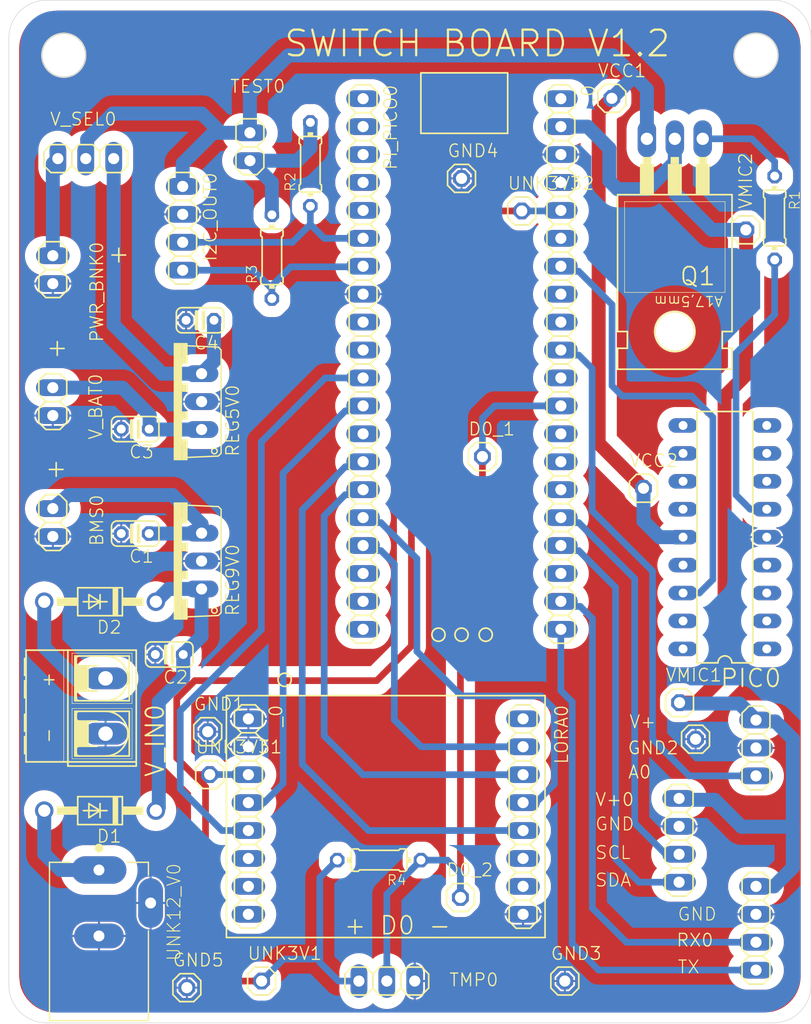
<source format=kicad_pcb>
(kicad_pcb (version 20241229) (generator "pcbnew") (generator_version "9.0")
  (layers (0 "F.Cu" signal) (2 "B.Cu" signal) (13 "F.Paste" user) (15 "B.Paste" user) (5 "F.SilkS" user "F.Silkscreen") (7 "B.SilkS" user "B.Silkscreen") (1 "F.Mask" user) (3 "B.Mask" user) (25 "Edge.Cuts" user))
  (net 0 "")
  (net 1 "SCL_OUT")
  (net 2 "SDA_OUT")
  (net 3 "GND")
  (net 4 "VCC")
  (net 5 "VMIC")
  (net 6 "N$4")
  (net 7 "TRIGGER")
  (net 8 "ACK")
  (net 9 "DCS")
  (net 10 "DMOSI")
  (net 11 "DMISO")
  (net 12 "DSCK")
  (net 13 "N$10")
  (net 14 "N$11")
  (net 15 "3V3")
  (net 16 "DRST")
  (net 17 "DIO0")
  (net 18 "RX")
  (net 19 "TX")
  (net 20 "SCL")
  (net 21 "SDA")
  (net 22 "A0")
  (net 23 "VCC2")
  (net 24 "V_IN")
  (net 25 "V_9V")
  (net 26 "N$3")
  (net 27 "N$5")
  (net 28 "VBAT")
  (net 29 "V_REG")
  (net 30 "V_PWR")
  (net 31 "D0")
  (footprint "board1:TO220V_262" (layer "F.Cu") (at 127.0011 95.0036 90)
    (property "Reference" "REG5V0")
    (property "Value" "7805TV")
  )
  (footprint "board1:TO220V_262" (layer "F.Cu") (at 127.0011 109.5036 90)
    (property "Reference" "REG9V0")
    (property "Value" "7812TV")
  )
  (footprint "board1:1X04_325" (layer "F.Cu") (at 127.8211 79.2436 -90)
    (property "Reference" "I2C_OUT0")
    (property "Value" "")
  )
  (footprint "board1:1X01_325" (layer "F.Cu") (at 179.0811 79.3836)
    (property "Reference" "VMIC2")
    (property "Value" "")
  )
  (footprint "board1:1X01_325" (layer "F.Cu") (at 130.1011 125.0236)
    (property "Reference" "GND1")
    (property "Value" "")
  )
  (footprint "board1:0204_7_334" (layer "F.Cu") (at 145.7011 136.7036 180)
    (property "Reference" "R4")
    (property "Value" "4.7k")
  )
  (footprint "board1:1X02_325" (layer "F.Cu") (at 116.0011 83.0036 -90)
    (property "Reference" "PWR_BNK0")
    (property "Value" "")
  )
  (footprint "board1:CUI_PJ-002A" (layer "F.Cu") (at 120.2011 137.6036 -90)
    (property "Reference" "UNK12_V0")
    (property "Value" "PJ-002A")
  )
  (footprint "board1:C025-024X044_334" (layer "F.Cu") (at 126.6011 118.0036 180)
    (property "Reference" "C2")
    (property "Value" "0.1uF")
  )
  (footprint "board1:1X01_325" (layer "F.Cu") (at 166.8811 67.4236)
    (property "Reference" "VCC1")
    (property "Value" "")
  )
  (footprint "board1:1X08_325" (layer "F.Cu") (at 133.8011 132.7436 -90)
    (property "Reference" "_0")
    (property "Value" "")
  )
  (footprint "board1:DIL18_294" (layer "F.Cu") (at 177.1711 107.3336 90)
    (property "Reference" "PIC0")
    (property "Value" "PIC16F627P")
  )
  (footprint "board1:1X01_325" (layer "F.Cu") (at 158.6811 77.6636)
    (property "Reference" "UNK3V32")
    (property "Value" "")
  )
  (footprint "board1:C025-024X044_334" (layer "F.Cu") (at 129.4011 87.6036 180)
    (property "Reference" "C4")
    (property "Value" "1uF")
  )
  (footprint "board1:1X01_325" (layer "F.Cu") (at 155.1011 100.0036)
    (property "Reference" "D0_1")
    (property "Value" "")
  )
  (footprint "board1:0204_7_334" (layer "F.Cu") (at 135.9411 81.8236 90)
    (property "Reference" "R3")
    (property "Value" "1k")
  )
  (footprint "board1:1X01_325" (layer "F.Cu") (at 128.2011 148.3036)
    (property "Reference" "GND5")
    (property "Value" "")
  )
  (footprint "board1:1X20_325" (layer "F.Cu") (at 162.2411 91.5836 -90)
    (property "Reference" ".0")
    (property "Value" "")
  )
  (footprint "board1:0204_7_334" (layer "F.Cu") (at 139.4411 73.4236 90)
    (property "Reference" "R2")
    (property "Value" "1k")
  )
  (footprint "board1:1X01_325" (layer "F.Cu") (at 169.7611 102.8836)
    (property "Reference" "VCC2")
    (property "Value" "")
  )
  (footprint "board1:1X04_325" (layer "F.Cu") (at 173.0011 134.9036 -90)
    (property "Reference" "V+0")
    (property "Value" "")
  )
  (footprint "board1:0204_7_334" (layer "F.Cu") (at 181.7011 78.3036 -90)
    (property "Reference" "R1")
    (property "Value" "1k")
  )
  (footprint "board1:1X08_325" (layer "F.Cu") (at 158.8011 132.7436 -90)
    (property "Reference" "LORA0")
    (property "Value" "")
  )
  (footprint "board1:1X01_325" (layer "F.Cu") (at 174.5011 125.7036)
    (property "Reference" "GND2")
    (property "Value" "")
  )
  (footprint "board1:DO41-10_210" (layer "F.Cu") (at 120.3011 113.2036 180)
    (property "Reference" "D2")
    (property "Value" "1N4004")
  )
  (footprint "board1:1X01_325" (layer "F.Cu") (at 153.2011 74.7036)
    (property "Reference" "GND4")
    (property "Value" "")
  )
  (footprint "board1:1X01_325" (layer "F.Cu") (at 153.1011 140.1036)
    (property "Reference" "D0_2")
    (property "Value" "")
  )
  (footprint "board1:1X01_325" (layer "F.Cu") (at 173.0411 122.3836)
    (property "Reference" "VMIC1")
    (property "Value" "")
  )
  (footprint "board1:1X04_325" (layer "F.Cu") (at 180.0011 142.9036 -90)
    (property "Reference" "RX0")
    (property "Value" "")
  )
  (footprint "board1:1X01_325" (layer "F.Cu") (at 135.0011 147.7036)
    (property "Reference" "UNK3V1")
    (property "Value" "")
  )
  (footprint "board1:1X02_325" (layer "F.Cu") (at 116.0011 95.0036 -90)
    (property "Reference" "V_BAT0")
    (property "Value" "")
  )
  (footprint "board1:C025-024X044_334" (layer "F.Cu") (at 123.5011 107.0036 180)
    (property "Reference" "C1")
    (property "Value" "1uF")
  )
  (footprint "board1:1X03_325" (layer "F.Cu") (at 180.0011 126.5036 -90)
    (property "Reference" "A0")
    (property "Value" "")
  )
  (footprint "board1:AK500_2-H" (layer "F.Cu") (at 120.8011 122.689 -90)
    (property "Reference" "V_IN0")
    (property "Value" "")
  )
  (footprint "board1:1X02_325" (layer "F.Cu") (at 133.9411 71.8236 -90)
    (property "Reference" "TEST0")
    (property "Value" "")
  )
  (footprint "board1:C025-024X044_334" (layer "F.Cu") (at 123.5011 97.5036 180)
    (property "Reference" "C3")
    (property "Value" "0.1uF")
  )
  (footprint "board1:1X01_325" (layer "F.Cu") (at 130.2811 128.9236)
    (property "Reference" "UNK3V31")
    (property "Value" "")
  )
  (footprint "board1:1X03_325" (layer "F.Cu") (at 146.4011 147.7036)
    (property "Reference" "TMP0")
    (property "Value" "")
  )
  (footprint "board1:1X01_325" (layer "F.Cu") (at 162.6011 147.7036)
    (property "Reference" "GND3")
    (property "Value" "")
  )
  (footprint "board1:DO41-10_210" (layer "F.Cu") (at 120.3011 132.2036 180)
    (property "Reference" "D1")
    (property "Value" "1N4004")
  )
  (footprint "board1:1X03_325" (layer "F.Cu") (at 119.0011 72.9036 180)
    (property "Reference" "V_SEL0")
    (property "Value" "")
  )
  (footprint "board1:1X02_325" (layer "F.Cu") (at 116.0011 106.0036 -90)
    (property "Reference" "BMS0")
    (property "Value" "")
  )
  (footprint "board1:TO220_399" (layer "F.Cu") (at 172.6111 77.4536 180)
    (property "Reference" "Q1")
    (property "Value" "TIP127")
  )
  (footprint "board1:1X20_325" (layer "F.Cu") (at 144.2411 91.5836 -90)
    (property "Reference" "PI_PICO0")
    (property "Value" "")
  )
  (gr_circle (center 155.4011 116.2036) (end 156.0011 116.2036) (stroke (width 0.1524)) (fill no) (layer "F.SilkS"))
  (gr_circle (center 137.1011 120.3036) (end 137.7011 120.3036) (stroke (width 0.1524)) (fill no) (layer "F.SilkS"))
  (gr_line (start 157.4011 65.1036) (end 149.5011 65.1036) (stroke (width 0.1524)) (layer "F.SilkS"))
  (gr_circle (center 153.2011 116.2036) (end 153.8011 116.2036) (stroke (width 0.1524)) (fill no) (layer "F.SilkS"))
  (gr_circle (center 151.1011 116.2036) (end 151.7011 116.2036) (stroke (width 0.1524)) (fill no) (layer "F.SilkS"))
  (gr_line (start 131.8011 143.7436) (end 131.8011 121.7436) (stroke (width 0.1524)) (layer "F.SilkS"))
  (gr_line (start 149.5011 70.6036) (end 157.4011 70.6036) (stroke (width 0.1524)) (layer "F.SilkS"))
  (gr_line (start 131.8011 121.7436) (end 160.8011 121.7436) (stroke (width 0.1524)) (layer "F.SilkS"))
  (gr_line (start 157.4011 65.1036) (end 157.4011 70.6036) (stroke (width 0.1524)) (layer "F.SilkS"))
  (gr_line (start 160.8011 143.7436) (end 131.8011 143.7436) (stroke (width 0.1524)) (layer "F.SilkS"))
  (gr_line (start 149.5011 65.1036) (end 149.5011 70.6036) (stroke (width 0.1524)) (layer "F.SilkS"))
  (gr_line (start 160.8011 121.7436) (end 160.8011 143.7436) (stroke (width 0.1524)) (layer "F.SilkS"))
  (gr_arc (start 112.0011 61.917806) (mid 113.001098 59.503598) (end 115.415306 58.5036) (stroke (width 0.05)) (layer "Edge.Cuts"))
  (gr_line (start 112.0011 61.917807) (end 112.0011 148.089394) (stroke (width 0.05)) (layer "Edge.Cuts"))
  (gr_arc (start 185.0011 148.089395) (mid 184.001102 150.503603) (end 181.586893 151.5036) (stroke (width 0.05)) (layer "Edge.Cuts"))
  (gr_line (start 185.0011 148.089394) (end 185.0011 61.917807) (stroke (width 0.05)) (layer "Edge.Cuts"))
  (gr_arc (start 181.586893 58.5036) (mid 184.001102 59.503598) (end 185.0011 61.917807) (stroke (width 0.05)) (layer "Edge.Cuts"))
  (gr_circle (center 117.0011 63.5036) (end 119.0011 63.5036) (stroke (width 0.127)) (fill no) (layer "Edge.Cuts"))
  (gr_line (start 181.586893 58.5036) (end 115.415306 58.5036) (stroke (width 0.05)) (layer "Edge.Cuts"))
  (gr_circle (center 180.0011 63.5036) (end 182.0011 63.5036) (stroke (width 0.127)) (fill no) (layer "Edge.Cuts"))
  (gr_arc (start 115.415306 151.5036) (mid 113.001098 150.503602) (end 112.0011 148.089394) (stroke (width 0.05)) (layer "Edge.Cuts"))
  (gr_line (start 115.415306 151.5036) (end 181.586893 151.5036) (stroke (width 0.05)) (layer "Edge.Cuts"))
  (gr_text "SCL" (at 165.3011 136.7036 0) (layer "F.SilkS") (effects (font (size 1.1684 1.1684) (thickness 0.1016)) (justify left bottom)))
  (gr_text "TX" (at 172.8011 147.1036 0) (layer "F.SilkS") (effects (font (size 1.1684 1.1684) (thickness 0.1016)) (justify left bottom)))
  (gr_text "SWITCH BOARD V1.2" (at 136.9211 63.8036 0) (layer "F.SilkS") (effects (font (size 2.3368 2.3368) (thickness 0.2032)) (justify left bottom)))
  (gr_text "+ D0 -" (at 142.4011 143.6036 0) (layer "F.SilkS") (effects (font (size 1.63576 1.63576) (thickness 0.14224)) (justify left bottom)))
  (gr_text "GND" (at 172.8011 142.3036 0) (layer "F.SilkS") (effects (font (size 1.1684 1.1684) (thickness 0.1016)) (justify left bottom)))
  (gr_text "GND" (at 165.3011 134.1036 0) (layer "F.SilkS") (effects (font (size 1.1684 1.1684) (thickness 0.1016)) (justify left bottom)))
  (gr_text "V+" (at 168.4011 124.8036 0) (layer "F.SilkS") (effects (font (size 1.1684 1.1684) (thickness 0.1016)) (justify left bottom)))
  (gr_text "+" (at 115.2011 102.0036 0) (layer "F.SilkS") (effects (font (size 1.63576 1.63576) (thickness 0.14224)) (justify left bottom)))
  (gr_text "+" (at 120.9011 82.5036 0) (layer "F.SilkS") (effects (font (size 1.63576 1.63576) (thickness 0.14224)) (justify left bottom)))
  (gr_text "SDA" (at 165.3011 139.2036 0) (layer "F.SilkS") (effects (font (size 1.1684 1.1684) (thickness 0.1016)) (justify left bottom)))
  (gr_text "+" (at 115.3011 91.0036 0) (layer "F.SilkS") (effects (font (size 1.63576 1.63576) (thickness 0.14224)) (justify left bottom)))
  (segment (start 135.9411 84.4636) (end 135.9411 85.6336) (width 0.6096) (layer "B.Cu") (net 1))
  (segment (start 144.2411 82.6936) (end 144.1911 82.7436) (width 0.6096) (layer "B.Cu") (net 1))
  (segment (start 135.9411 84.7436) (end 135.9411 85.6336) (width 0.6096) (layer "B.Cu") (net 1))
  (segment (start 127.8211 83.0536) (end 134.2511 83.0536) (width 0.6096) (layer "B.Cu") (net 1))
  (segment (start 136.6511 83.7536) (end 135.9411 84.4636) (width 0.6096) (layer "B.Cu") (net 1))
  (segment (start 144.1911 82.7436) (end 137.6611 82.7436) (width 0.6096) (layer "B.Cu") (net 1))
  (segment (start 134.2511 83.0536) (end 135.9411 84.7436) (width 0.6096) (layer "B.Cu") (net 1))
  (segment (start 137.6611 82.7436) (end 136.6511 83.7536) (width 0.6096) (layer "B.Cu") (net 1))
  (segment (start 137.8111 80.5136) (end 139.4411 78.8836) (width 0.6096) (layer "B.Cu") (net 2))
  (segment (start 127.8211 80.5136) (end 137.8111 80.5136) (width 0.6096) (layer "B.Cu") (net 2))
  (segment (start 139.4411 78.8836) (end 139.4411 77.2336) (width 0.6096) (layer "B.Cu") (net 2))
  (segment (start 140.7111 80.1536) (end 139.4411 78.8836) (width 0.6096) (layer "B.Cu") (net 2))
  (segment (start 144.2411 80.1536) (end 140.7111 80.1536) (width 0.6096) (layer "B.Cu") (net 2))
  (segment (start 165.6811 98.8036) (end 169.7611 102.8836) (width 1.27) (layer "F.Cu") (net 4))
  (segment (start 165.6811 68.6236) (end 165.6811 98.8036) (width 1.27) (layer "F.Cu") (net 4))
  (segment (start 166.8811 67.4236) (end 165.6811 68.6236) (width 1.27) (layer "F.Cu") (net 4))
  (segment (start 166.8811 67.4236) (end 168.7311 65.5736) (width 1.27) (layer "B.Cu") (net 4))
  (segment (start 168.7311 65.5736) (end 169.0511 65.5736) (width 1.27) (layer "B.Cu") (net 4))
  (segment (start 171.2311 107.3336) (end 169.7611 105.8636) (width 1.27) (layer "B.Cu") (net 4))
  (segment (start 169.7611 105.8636) (end 169.7611 102.8836) (width 1.27) (layer "B.Cu") (net 4))
  (segment (start 119.0011 72.9036) (end 119.1281 72.7766) (width 1.27) (layer "B.Cu") (net 4))
  (segment (start 119.1281 71.1421) (end 121.4666 68.8036) (width 1.27) (layer "B.Cu") (net 4))
  (segment (start 119.1281 72.7766) (end 119.1281 71.1421) (width 1.27) (layer "B.Cu") (net 4))
  (segment (start 129.5511 68.8036) (end 131.3011 70.5536) (width 1.27) (layer "B.Cu") (net 4))
  (segment (start 169.0511 65.5736) (end 170.0711 66.5936) (width 1.27) (layer "B.Cu") (net 4))
  (segment (start 133.9411 70.5536) (end 133.9411 67.0036) (width 1.27) (layer "B.Cu") (net 4))
  (segment (start 127.8211 75.4336) (end 127.8211 73.3436) (width 1.27) (layer "B.Cu") (net 4))
  (segment (start 167.0011 63.5236) (end 169.0511 65.5736) (width 1.27) (layer "B.Cu") (net 4))
  (segment (start 133.9411 67.0036) (end 137.4211 63.5236) (width 1.27) (layer "B.Cu") (net 4))
  (segment (start 131.3011 70.5536) (end 133.9411 70.5536) (width 1.27) (layer "B.Cu") (net 4))
  (segment (start 130.6111 70.5536) (end 131.3011 70.5536) (width 1.27) (layer "B.Cu") (net 4))
  (segment (start 127.8211 73.3436) (end 130.6111 70.5536) (width 1.27) (layer "B.Cu") (net 4))
  (segment (start 173.3611 107.3336) (end 171.2311 107.3336) (width 1.27) (layer "B.Cu") (net 4))
  (segment (start 121.4666 68.8036) (end 129.5511 68.8036) (width 1.27) (layer "B.Cu") (net 4))
  (segment (start 170.0711 66.5936) (end 170.0711 71.1036) (width 1.27) (layer "B.Cu") (net 4))
  (segment (start 137.4211 63.5236) (end 167.0011 63.5236) (width 1.27) (layer "B.Cu") (net 4))
  (segment (start 179.1011 92.5636) (end 177.1411 94.5236) (width 1.27) (layer "F.Cu") (net 5))
  (segment (start 177.1411 94.5236) (end 177.1411 119.8236) (width 1.27) (layer "F.Cu") (net 5))
  (segment (start 177.1411 119.8236) (end 174.5811 122.3836) (width 1.27) (layer "F.Cu") (net 5))
  (segment (start 174.5811 122.3836) (end 173.0411 122.3836) (width 1.27) (layer "F.Cu") (net 5))
  (segment (start 179.0811 79.3836) (end 179.1011 79.4036) (width 1.27) (layer "F.Cu") (net 5))
  (segment (start 179.1011 79.4036) (end 179.1011 92.5636) (width 1.27) (layer "F.Cu") (net 5))
  (segment (start 183.0101 133.6636) (end 183.3501 134.0036) (width 1.27) (layer "B.Cu") (net 5))
  (segment (start 162.2411 69.9936) (end 164.6711 69.9936) (width 1.27) (layer "B.Cu") (net 5))
  (segment (start 180.0011 123.9636) (end 180.1281 124.0906) (width 1.27) (layer "B.Cu") (net 5))
  (segment (start 164.6711 69.9936) (end 166.6611 71.9836) (width 1.27) (layer "B.Cu") (net 5))
  (segment (start 172.6111 76.0136) (end 172.6111 73.2136) (width 1.27) (layer "B.Cu") (net 5))
  (segment (start 167.4011 75.6836) (end 170.1411 75.6836) (width 1.27) (layer "B.Cu") (net 5))
  (segment (start 170.1411 75.6836) (end 172.6111 73.2136) (width 1.27) (layer "B.Cu") (net 5))
  (segment (start 178.5011 122.4636) (end 173.1211 122.4636) (width 1.27) (layer "B.Cu") (net 5))
  (segment (start 178.5011 122.4636) (end 180.0011 123.9636) (width 1.27) (layer "B.Cu") (net 5))
  (segment (start 180.1281 124.0906) (end 181.7626 124.0906) (width 1.27) (layer "B.Cu") (net 5))
  (segment (start 172.6111 72.9136) (end 172.6111 71.1036) (width 1.27) (layer "B.Cu") (net 5))
  (segment (start 172.6111 73.2136) (end 172.6111 72.9136) (width 1.27) (layer "B.Cu") (net 5))
  (segment (start 179.0811 79.3836) (end 175.9811 79.3836) (width 1.27) (layer "B.Cu") (net 5))
  (segment (start 166.6611 74.9436) (end 167.4011 75.6836) (width 1.27) (layer "B.Cu") (net 5))
  (segment (start 176.2426 131.2206) (end 178.6856 133.6636) (width 1.27) (layer "B.Cu") (net 5))
  (segment (start 175.9811 79.3836) (end 172.6111 76.0136) (width 1.27) (layer "B.Cu") (net 5))
  (segment (start 181.7626 124.0906) (end 183.3501 125.6781) (width 1.27) (layer "B.Cu") (net 5))
  (segment (start 173.1281 131.2206) (end 176.2426 131.2206) (width 1.27) (layer "B.Cu") (net 5))
  (segment (start 166.6611 71.9836) (end 166.6611 74.9436) (width 1.27) (layer "B.Cu") (net 5))
  (segment (start 183.3501 125.6781) (end 183.3501 134.0036) (width 1.27) (layer "B.Cu") (net 5))
  (segment (start 183.3501 137.3836) (end 181.6401 139.0936) (width 1.27) (layer "B.Cu") (net 5))
  (segment (start 178.6856 133.6636) (end 183.0101 133.6636) (width 1.27) (layer "B.Cu") (net 5))
  (segment (start 173.0411 122.3836) (end 173.1211 122.4636) (width 1.27) (layer "B.Cu") (net 5))
  (segment (start 183.3501 134.0036) (end 183.3501 137.3836) (width 1.27) (layer "B.Cu") (net 5))
  (segment (start 181.6401 139.0936) (end 180.0011 139.0936) (width 1.27) (layer "B.Cu") (net 5))
  (segment (start 173.0011 131.0936) (end 173.1281 131.2206) (width 1.27) (layer "B.Cu") (net 5))
  (segment (start 181.7011 73.1836) (end 181.7011 74.4936) (width 0.6096) (layer "B.Cu") (net 6))
  (segment (start 175.1511 71.1036) (end 179.6211 71.1036) (width 0.6096) (layer "B.Cu") (net 6))
  (segment (start 179.6211 71.1036) (end 181.7011 73.1836) (width 0.6096) (layer "B.Cu") (net 6))
  (segment (start 179.4811 104.7936) (end 178.1803 103.4928) (width 0.6096) (layer "B.Cu") (net 7))
  (segment (start 181.7011 87.0828) (end 181.7011 82.1136) (width 0.6096) (layer "B.Cu") (net 7))
  (segment (start 178.1803 90.6036) (end 181.7011 87.0828) (width 0.6096) (layer "B.Cu") (net 7))
  (segment (start 180.9811 104.7936) (end 179.4811 104.7936) (width 0.6096) (layer "B.Cu") (net 7))
  (segment (start 178.1803 90.6036) (end 178.1803 103.4928) (width 0.6096) (layer "B.Cu") (net 7))
  (segment (start 166.9011 93.5636) (end 167.8411 94.5036) (width 0.6096) (layer "B.Cu") (net 8))
  (segment (start 166.9011 86.186075) (end 166.9011 93.5636) (width 0.6096) (layer "B.Cu") (net 8))
  (segment (start 174.153343 94.5036) (end 176.0811 96.431357) (width 0.6096) (layer "B.Cu") (net 8))
  (segment (start 176.0811 96.431357) (end 176.0811 111.1836) (width 0.6096) (layer "B.Cu") (net 8))
  (segment (start 167.8411 94.5036) (end 174.153343 94.5036) (width 0.6096) (layer "B.Cu") (net 8))
  (segment (start 162.6983 83.1508) (end 163.865825 83.1508) (width 0.6096) (layer "B.Cu") (net 8))
  (segment (start 176.0811 111.1836) (end 174.8511 112.4136) (width 0.6096) (layer "B.Cu") (net 8))
  (segment (start 174.8511 112.4136) (end 173.3611 112.4136) (width 0.6096) (layer "B.Cu") (net 8))
  (segment (start 163.865825 83.1508) (end 166.9011 86.186075) (width 0.6096) (layer "B.Cu") (net 8))
  (segment (start 162.2411 82.6936) (end 162.6983 83.1508) (width 0.6096) (layer "B.Cu") (net 8))
  (segment (start 147.0859 123.9484) (end 149.5311 126.3936) (width 0.6096) (layer "B.Cu") (net 9))
  (segment (start 147.0859 109.770875) (end 147.0859 123.9484) (width 0.6096) (layer "B.Cu") (net 9))
  (segment (start 144.2411 108.0936) (end 144.6983 108.5508) (width 0.6096) (layer "B.Cu") (net 9))
  (segment (start 144.6983 108.5508) (end 145.865825 108.5508) (width 0.6096) (layer "B.Cu") (net 9))
  (segment (start 145.865825 108.5508) (end 147.0859 109.770875) (width 0.6096) (layer "B.Cu") (net 9))
  (segment (start 149.5311 126.3936) (end 158.8011 126.3936) (width 0.6096) (layer "B.Cu") (net 9))
  (segment (start 140.7011 105.386075) (end 140.7011 125.4036) (width 0.6096) (layer "B.Cu") (net 10))
  (segment (start 140.7011 125.4036) (end 144.2311 128.9336) (width 0.6096) (layer "B.Cu") (net 10))
  (segment (start 144.2311 128.9336) (end 158.8011 128.9336) (width 0.6096) (layer "B.Cu") (net 10))
  (segment (start 142.616375 103.4708) (end 140.7011 105.386075) (width 0.6096) (layer "B.Cu") (net 10))
  (segment (start 144.2411 103.0136) (end 143.7839 103.4708) (width 0.6096) (layer "B.Cu") (net 10))
  (segment (start 143.7839 103.4708) (end 142.616375 103.4708) (width 0.6096) (layer "B.Cu") (net 10))
  (segment (start 153.1883 121.7708) (end 160.425825 121.7708) (width 0.6096) (layer "B.Cu") (net 11))
  (segment (start 144.6983 106.0108) (end 145.865825 106.0108) (width 0.6096) (layer "B.Cu") (net 11))
  (segment (start 145.865825 106.0108) (end 149.1411 109.286075) (width 0.6096) (layer "B.Cu") (net 11))
  (segment (start 149.1411 109.286075) (end 149.1411 117.7236) (width 0.6096) (layer "B.Cu") (net 11))
  (segment (start 161.6459 122.990875) (end 161.6459 129.796325) (width 0.6096) (layer "B.Cu") (net 11))
  (segment (start 161.6459 129.796325) (end 159.968625 131.4736) (width 0.6096) (layer "B.Cu") (net 11))
  (segment (start 160.425825 121.7708) (end 161.6459 122.990875) (width 0.6096) (layer "B.Cu") (net 11))
  (segment (start 144.2411 105.5536) (end 144.6983 106.0108) (width 0.6096) (layer "B.Cu") (net 11))
  (segment (start 159.968625 131.4736) (end 158.8011 131.4736) (width 0.6096) (layer "B.Cu") (net 11))
  (segment (start 149.1411 117.7236) (end 153.1883 121.7708) (width 0.6096) (layer "B.Cu") (net 11))
  (segment (start 143.7839 100.9308) (end 142.616375 100.9308) (width 0.6096) (layer "B.Cu") (net 12))
  (segment (start 142.616375 100.9308) (end 138.7011 104.846075) (width 0.6096) (layer "B.Cu") (net 12))
  (segment (start 144.7311 134.0136) (end 158.8011 134.0136) (width 0.6096) (layer "B.Cu") (net 12))
  (segment (start 138.7011 104.846075) (end 138.7011 127.9836) (width 0.6096) (layer "B.Cu") (net 12))
  (segment (start 144.2411 100.4736) (end 143.7839 100.9308) (width 0.6096) (layer "B.Cu") (net 12))
  (segment (start 138.7011 127.9836) (end 144.7311 134.0136) (width 0.6096) (layer "B.Cu") (net 12))
  (segment (start 128.7811 128.9236) (end 129.9011 130.0436) (width 0.6096) (layer "F.Cu") (net 15))
  (segment (start 129.9011 145.1036) (end 132.5011 147.7036) (width 0.6096) (layer "F.Cu") (net 15))
  (segment (start 148.6411 117.2236) (end 148.6411 79.3836) (width 0.6096) (layer "F.Cu") (net 15))
  (segment (start 145.4811 120.3836) (end 148.6411 117.2236) (width 0.6096) (layer "F.Cu") (net 15))
  (segment (start 132.5011 147.7036) (end 135.0011 147.7036) (width 0.6096) (layer "F.Cu") (net 15))
  (segment (start 127.2811 122.0236) (end 127.2811 127.4236) (width 0.6096) (layer "F.Cu") (net 15))
  (segment (start 127.2811 122.0236) (end 128.9211 120.3836) (width 0.6096) (layer "F.Cu") (net 15))
  (segment (start 128.9211 120.3836) (end 145.4811 120.3836) (width 0.6096) (layer "F.Cu") (net 15))
  (segment (start 130.2811 128.9236) (end 128.7811 128.9236) (width 0.6096) (layer "F.Cu") (net 15))
  (segment (start 127.2811 127.4236) (end 128.7811 128.9236) (width 0.6096) (layer "F.Cu") (net 15))
  (segment (start 129.9011 130.0436) (end 129.9011 145.1036) (width 0.6096) (layer "F.Cu") (net 15))
  (segment (start 150.3611 77.6636) (end 158.6811 77.6636) (width 0.6096) (layer "F.Cu") (net 15))
  (segment (start 148.6411 79.3836) (end 150.3611 77.6636) (width 0.6096) (layer "F.Cu") (net 15))
  (segment (start 133.7911 128.9236) (end 133.8011 128.9336) (width 0.6096) (layer "B.Cu") (net 15))
  (segment (start 162.2411 77.6136) (end 162.1911 77.6636) (width 0.6096) (layer "B.Cu") (net 15))
  (segment (start 130.2811 128.9236) (end 133.7911 128.9236) (width 0.6096) (layer "B.Cu") (net 15))
  (segment (start 140.3011 146.0036) (end 142.0011 147.7036) (width 0.6096) (layer "B.Cu") (net 15))
  (segment (start 140.3011 138.2936) (end 140.3011 145.7036) (width 0.6096) (layer "B.Cu") (net 15))
  (segment (start 140.3011 145.7036) (end 140.3011 146.0036) (width 0.6096) (layer "B.Cu") (net 15))
  (segment (start 141.8911 136.7036) (end 140.3011 138.2936) (width 0.6096) (layer "B.Cu") (net 15))
  (segment (start 135.0011 147.7036) (end 137.0011 145.7036) (width 0.6096) (layer "B.Cu") (net 15))
  (segment (start 137.0011 145.7036) (end 140.3011 145.7036) (width 0.6096) (layer "B.Cu") (net 15))
  (segment (start 142.0011 147.7036) (end 143.8611 147.7036) (width 0.6096) (layer "B.Cu") (net 15))
  (segment (start 162.1911 77.6636) (end 158.6811 77.6636) (width 0.6096) (layer "B.Cu") (net 15))
  (segment (start 144.2411 95.3936) (end 143.7839 95.8508) (width 0.6096) (layer "B.Cu") (net 16))
  (segment (start 135.2311 131.4736) (end 133.8011 131.4736) (width 0.6096) (layer "B.Cu") (net 16))
  (segment (start 143.7839 95.8508) (end 142.616375 95.8508) (width 0.6096) (layer "B.Cu") (net 16))
  (segment (start 136.9611 101.506075) (end 136.9611 129.7436) (width 0.6096) (layer "B.Cu") (net 16))
  (segment (start 142.616375 95.8508) (end 136.9611 101.506075) (width 0.6096) (layer "B.Cu") (net 16))
  (segment (start 136.9611 129.7436) (end 135.2311 131.4736) (width 0.6096) (layer "B.Cu") (net 16))
  (segment (start 134.9811 115.7436) (end 127.6011 123.1236) (width 0.6096) (layer "B.Cu") (net 17))
  (segment (start 127.6011 123.1236) (end 127.6011 130.2236) (width 0.6096) (layer "B.Cu") (net 17))
  (segment (start 134.9811 98.6636) (end 134.9811 115.7436) (width 0.6096) (layer "B.Cu") (net 17))
  (segment (start 127.6011 130.2236) (end 131.3911 134.0136) (width 0.6096) (layer "B.Cu") (net 17))
  (segment (start 140.7911 92.8536) (end 134.9811 98.6636) (width 0.6096) (layer "B.Cu") (net 17))
  (segment (start 144.2411 92.8536) (end 140.7911 92.8536) (width 0.6096) (layer "B.Cu") (net 17))
  (segment (start 131.3911 134.0136) (end 133.8011 134.0136) (width 0.6096) (layer "B.Cu") (net 17))
  (segment (start 165.1059 141.0684) (end 168.2111 144.1736) (width 0.6096) (layer "B.Cu") (net 18))
  (segment (start 164.005825 113.6308) (end 165.1059 114.730875) (width 0.6096) (layer "B.Cu") (net 18))
  (segment (start 162.6983 113.6308) (end 164.005825 113.6308) (width 0.6096) (layer "B.Cu") (net 18))
  (segment (start 168.2111 144.1736) (end 180.0011 144.1736) (width 0.6096) (layer "B.Cu") (net 18))
  (segment (start 162.2411 113.1736) (end 162.6983 113.6308) (width 0.6096) (layer "B.Cu") (net 18))
  (segment (start 165.1059 114.730875) (end 165.1059 141.0684) (width 0.6096) (layer "B.Cu") (net 18))
  (segment (start 180.0011 146.7136) (end 179.8911 146.7036) (width 0.6096) (layer "B.Cu") (net 19))
  (segment (start 163.2715 144.294) (end 165.6811 146.7036) (width 0.6096) (layer "B.Cu") (net 19))
  (segment (start 162.2411 115.7136) (end 162.2411 121.287125) (width 0.6096) (layer "B.Cu") (net 19))
  (segment (start 162.2411 121.287125) (end 163.2715 122.317525) (width 0.6096) (layer "B.Cu") (net 19))
  (segment (start 163.2715 122.317525) (end 163.2715 144.294) (width 0.6096) (layer "B.Cu") (net 19))
  (segment (start 179.8911 146.7036) (end 165.6811 146.7036) (width 0.6096) (layer "B.Cu") (net 19))
  (segment (start 162.6983 106.0108) (end 163.865825 106.0108) (width 0.6096) (layer "B.Cu") (net 20))
  (segment (start 163.865825 106.0108) (end 168.9611 111.106075) (width 0.6096) (layer "B.Cu") (net 20))
  (segment (start 168.9611 111.106075) (end 168.9611 133.3436) (width 0.6096) (layer "B.Cu") (net 20))
  (segment (start 168.9611 133.3436) (end 171.7911 136.1736) (width 0.6096) (layer "B.Cu") (net 20))
  (segment (start 171.7911 136.1736) (end 173.0011 136.1736) (width 0.6096) (layer "B.Cu") (net 20))
  (segment (start 162.2411 105.5536) (end 162.6983 106.0108) (width 0.6096) (layer "B.Cu") (net 20))
  (segment (start 163.865825 108.5508) (end 167.2211 111.906075) (width 0.6096) (layer "B.Cu") (net 21))
  (segment (start 167.2211 111.906075) (end 167.2211 136.5836) (width 0.6096) (layer "B.Cu") (net 21))
  (segment (start 167.2211 136.5836) (end 169.3511 138.7136) (width 0.6096) (layer "B.Cu") (net 21))
  (segment (start 169.3511 138.7136) (end 173.0011 138.7136) (width 0.6096) (layer "B.Cu") (net 21))
  (segment (start 162.2411 108.0936) (end 162.6983 108.5508) (width 0.6096) (layer "B.Cu") (net 21))
  (segment (start 162.6983 108.5508) (end 163.865825 108.5508) (width 0.6096) (layer "B.Cu") (net 21))
  (segment (start 162.6983 90.7708) (end 163.865825 90.7708) (width 0.6096) (layer "B.Cu") (net 22))
  (segment (start 165.0859 104.931925) (end 170.5867 110.432725) (width 0.6096) (layer "B.Cu") (net 22))
  (segment (start 162.2411 90.3136) (end 162.6983 90.7708) (width 0.6096) (layer "B.Cu") (net 22))
  (segment (start 170.5867 125.7092) (end 173.9211 129.0436) (width 0.6096) (layer "B.Cu") (net 22))
  (segment (start 165.0859 91.990875) (end 165.0859 104.931925) (width 0.6096) (layer "B.Cu") (net 22))
  (segment (start 173.9211 129.0436) (end 180.0011 129.0436) (width 0.6096) (layer "B.Cu") (net 22))
  (segment (start 170.5867 110.432725) (end 170.5867 125.7092) (width 0.6096) (layer "B.Cu") (net 22))
  (segment (start 163.865825 90.7708) (end 165.0859 91.990875) (width 0.6096) (layer "B.Cu") (net 22))
  (segment (start 133.9411 73.0936) (end 135.9411 75.0936) (width 1.27) (layer "B.Cu") (net 23))
  (segment (start 139.4411 71.9236) (end 139.4411 69.6136) (width 1.27) (layer "B.Cu") (net 23))
  (segment (start 138.2711 73.0936) (end 139.4411 71.9236) (width 1.27) (layer "B.Cu") (net 23))
  (segment (start 133.9411 73.0936) (end 138.2711 73.0936) (width 1.27) (layer "B.Cu") (net 23))
  (segment (start 135.9411 75.0936) (end 135.9411 78.0136) (width 1.27) (layer "B.Cu") (net 23))
  (segment (start 127.8711 120.087675) (end 125.6453 122.313475) (width 1.27) (layer "B.Cu") (net 24))
  (segment (start 127.8711 118.0036) (end 129.5411 116.3336) (width 1.27) (layer "B.Cu") (net 24))
  (segment (start 126.5411 112.0436) (end 129.5411 112.0436) (width 1.27) (layer "B.Cu") (net 24))
  (segment (start 125.6453 131.9394) (end 125.3811 132.2036) (width 1.27) (layer "B.Cu") (net 24))
  (segment (start 129.5411 116.3336) (end 129.5411 112.0436) (width 1.27) (layer "B.Cu") (net 24))
  (segment (start 127.8711 118.0036) (end 127.8711 120.087675) (width 1.27) (layer "B.Cu") (net 24))
  (segment (start 125.3811 113.2036) (end 126.5411 112.0436) (width 1.27) (layer "B.Cu") (net 24))
  (segment (start 125.6453 122.313475) (end 125.6453 131.9394) (width 1.27) (layer "B.Cu") (net 24))
  (segment (start 124.7711 107.0036) (end 129.5011 107.0036) (width 1.27) (layer "B.Cu") (net 25))
  (segment (start 126.9011 103.5036) (end 129.5411 106.1436) (width 1.27) (layer "B.Cu") (net 25))
  (segment (start 116.0011 104.7336) (end 117.4311 103.5036) (width 1.27) (layer "B.Cu") (net 25))
  (segment (start 117.4311 103.5036) (end 126.9011 103.5036) (width 1.27) (layer "B.Cu") (net 25))
  (segment (start 129.5411 106.1436) (end 129.5411 106.9636) (width 1.27) (layer "B.Cu") (net 25))
  (segment (start 129.5011 107.0036) (end 129.5411 106.9636) (width 1.27) (layer "B.Cu") (net 25))
  (segment (start 115.2211 132.2036) (end 115.2211 136.1236) (width 1.27) (layer "B.Cu") (net 26))
  (segment (start 115.2211 136.1236) (end 116.7011 137.6036) (width 1.27) (layer "B.Cu") (net 26))
  (segment (start 116.7011 137.6036) (end 120.2011 137.6036) (width 1.27) (layer "B.Cu") (net 26))
  (segment (start 115.2211 117.3236) (end 118.0719 120.1744) (width 1.27) (layer "B.Cu") (net 27))
  (segment (start 115.2211 113.2036) (end 115.2211 117.3236) (width 1.27) (layer "B.Cu") (net 27))
  (segment (start 118.0719 120.1744) (end 120.8011 120.1744) (width 1.27) (layer "B.Cu") (net 27))
  (segment (start 116.0011 93.7336) (end 122.3311 93.7336) (width 1.27) (layer "B.Cu") (net 28))
  (segment (start 124.8111 97.5436) (end 124.7711 97.5036) (width 1.27) (layer "B.Cu") (net 28))
  (segment (start 124.8111 96.2136) (end 124.8111 97.5436) (width 1.27) (layer "B.Cu") (net 28))
  (segment (start 129.5411 97.5436) (end 124.8111 97.5436) (width 1.27) (layer "B.Cu") (net 28))
  (segment (start 122.3311 93.7336) (end 124.8111 96.2136) (width 1.27) (layer "B.Cu") (net 28))
  (segment (start 125.9611 92.4636) (end 121.5411 88.0436) (width 1.27) (layer "B.Cu") (net 29))
  (segment (start 129.5411 92.4636) (end 125.9611 92.4636) (width 1.27) (layer "B.Cu") (net 29))
  (segment (start 121.5411 88.0436) (end 121.5411 72.9036) (width 1.27) (layer "B.Cu") (net 29))
  (segment (start 129.5411 92.4636) (end 130.6711 91.3336) (width 1.27) (layer "B.Cu") (net 29))
  (segment (start 130.6711 91.3336) (end 130.6711 87.6036) (width 1.27) (layer "B.Cu") (net 29))
  (segment (start 116.0011 73.3636) (end 116.4611 72.9036) (width 1.27) (layer "B.Cu") (net 30))
  (segment (start 116.0011 81.7336) (end 116.0011 73.3636) (width 1.27) (layer "B.Cu") (net 30))
  (segment (start 155.1011 100.0036) (end 155.1011 102.3036) (width 0.6096) (layer "F.Cu") (net 31))
  (segment (start 153.1011 104.3036) (end 153.1011 140.1036) (width 0.6096) (layer "F.Cu") (net 31))
  (segment (start 155.1011 102.3036) (end 153.1011 104.3036) (width 0.6096) (layer "F.Cu") (net 31))
  (segment (start 146.4011 139.8136) (end 146.4011 147.7036) (width 0.6096) (layer "B.Cu") (net 31))
  (segment (start 153.1011 137.8936) (end 151.9111 136.7036) (width 0.6096) (layer "B.Cu") (net 31))
  (segment (start 156.2111 95.3936) (end 162.2411 95.3936) (width 0.6096) (layer "B.Cu") (net 31))
  (segment (start 155.1011 100.0036) (end 155.1011 96.5036) (width 0.6096) (layer "B.Cu") (net 31))
  (segment (start 149.5111 136.7036) (end 146.4011 139.8136) (width 0.6096) (layer "B.Cu") (net 31))
  (segment (start 149.5111 136.7036) (end 151.9111 136.7036) (width 0.6096) (layer "B.Cu") (net 31))
  (segment (start 155.1011 96.5036) (end 156.2111 95.3936) (width 0.6096) (layer "B.Cu") (net 31))
  (segment (start 153.1011 140.1036) (end 153.1011 137.8936) (width 0.6096) (layer "B.Cu") (net 31))
  (zone (net 3) (net_name "GND") (layer "F.Cu") (priority 6) (connect_pads (clearance 0.000001)) (min_thickness 0.0635) (fill yes (thermal_gap 0.177) (thermal_bridge_width 0.177))
    (polygon (pts (xy 181.144531 59.460677) (xy 181.508079 59.522446) (xy 181.862425 59.624531) (xy 182.203113 59.765648) (xy 182.525859 59.944024) (xy 182.826604 60.157413) (xy 183.101565 60.403135) (xy 183.347287 60.678096) (xy 183.560676 60.978841) (xy 183.739052 61.301587) (xy 183.880169 61.642275) (xy 183.98275 61.998341) (xy 184.0646 62.724781) (xy 184.0646 147.280637) (xy 184.044023 147.647033) (xy 183.982254 148.01058) (xy 183.880169 148.364927) (xy 183.739051 148.705615) (xy 183.560676 149.02836) (xy 183.347285 149.329105) (xy 183.101565 149.604066) (xy 182.826603 149.849788) (xy 182.525858 150.063177) (xy 182.203113 150.241552) (xy 181.862425 150.382669) (xy 181.506359 150.48525) (xy 180.779919 150.5671) (xy 116.224064 150.5671) (xy 115.857668 150.546523) (xy 115.494121 150.484754) (xy 115.139774 150.382669) (xy 114.799086 150.241552) (xy 114.476341 150.063176) (xy 114.175596 149.849787) (xy 113.900634 149.604066) (xy 113.654913 149.329104) (xy 113.441524 149.028359) (xy 113.263148 148.705614) (xy 113.122031 148.364926) (xy 113.01945 148.008859) (xy 112.9376 147.28242) (xy 112.9376 62.916143) (xy 112.956564 62.554277) (xy 113.013511 62.194732) (xy 113.107728 61.843109) (xy 113.238184 61.50326) (xy 113.403449 61.178909) (xy 113.601712 60.87361) (xy 113.830802 60.590708) (xy 114.088208 60.333302) (xy 114.37111 60.104212) (xy 114.676409 59.905949) (xy 115.00076 59.740684) (xy 115.340609 59.610228) (xy 115.693845 59.515579) (xy 116.411978 59.4401) (xy 180.778135 59.4401)))
  )
  (zone (net 3) (net_name "GND") (layer "B.Cu") (priority 6) (connect_pads (clearance 0.000001)) (min_thickness 0.0635) (fill yes (thermal_gap 0.177) (thermal_bridge_width 0.177))
    (polygon (pts (xy 180.950422 59.459064) (xy 181.309968 59.516011) (xy 181.661591 59.610228) (xy 182.001439 59.740684) (xy 182.32579 59.905949) (xy 182.63109 60.104213) (xy 182.913991 60.333303) (xy 183.171397 60.590709) (xy 183.400487 60.87361) (xy 183.598751 61.178909) (xy 183.764016 61.503261) (xy 183.894472 61.843109) (xy 183.988689 62.194732) (xy 184.045636 62.554278) (xy 184.0646 62.916144) (xy 184.0646 147.091058) (xy 184.045636 147.452924) (xy 183.988689 147.812469) (xy 183.894472 148.164092) (xy 183.764016 148.503941) (xy 183.598751 148.828292) (xy 183.400487 149.133591) (xy 183.171397 149.416492) (xy 182.913991 149.673898) (xy 182.631089 149.902988) (xy 182.32579 150.101252) (xy 182.001439 150.266517) (xy 181.66159 150.396972) (xy 181.309967 150.49119) (xy 180.950422 150.548136) (xy 180.588556 150.5671) (xy 116.340969 150.5671) (xy 115.97268 150.546417) (xy 115.607264 150.48433) (xy 115.251095 150.38172) (xy 114.908656 150.239877) (xy 114.584251 150.060585) (xy 114.28196 149.846097) (xy 114.005585 149.599113) (xy 113.758601 149.322738) (xy 113.544114 149.020447) (xy 113.364822 148.696042) (xy 113.222979 148.353603) (xy 113.119874 147.995714) (xy 113.0376 147.265513) (xy 113.0376 62.743472) (xy 113.058283 62.375183) (xy 113.12037 62.009766) (xy 113.22298 61.653598) (xy 113.364823 61.311158) (xy 113.544115 60.986754) (xy 113.758602 60.684462) (xy 114.005586 60.408087) (xy 114.281961 60.161103) (xy 114.584253 59.946616) (xy 114.908657 59.767324) (xy 115.251097 59.625481) (xy 115.608985 59.522375) (xy 116.339187 59.4401) (xy 180.588556 59.4401)))
  )
)
</source>
